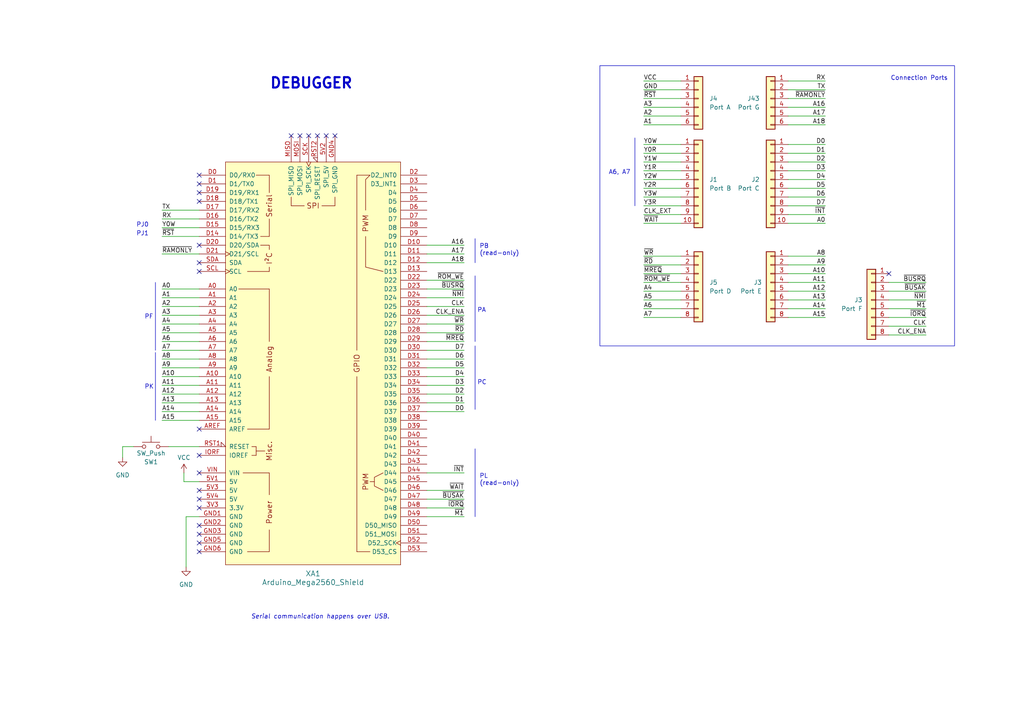
<source format=kicad_sch>
(kicad_sch (version 20230121) (generator eeschema)
  (paper "A4")
  (lib_symbols
    (symbol "Connector_Generic:Conn_01x06" (pin_names (offset 1.016) hide)
      (property "Reference" "J" (at 0 7.62 0))
      (property "Value" "Conn_01x06" (at 0 -10.16 0))
      (symbol "Conn_01x06_1_1"
        (rectangle (start -1.27 -7.493) (end 0 -7.747) (stroke (width 0.1524)))
        (rectangle (start -1.27 -4.953) (end 0 -5.207) (stroke (width 0.1524)))
        (rectangle (start -1.27 -2.413) (end 0 -2.667) (stroke (width 0.1524)))
        (rectangle (start -1.27 0.127) (end 0 -0.127) (stroke (width 0.1524)))
        (rectangle (start -1.27 2.667) (end 0 2.413) (stroke (width 0.1524)))
        (rectangle (start -1.27 5.207) (end 0 4.953) (stroke (width 0.1524)))
        (rectangle (start -1.27 6.35) (end 1.27 -8.89) (stroke (width 0.254)) (fill (type background)))
        (pin passive line (at -5.08 5.08 0) (length 3.81) (name "Pin_1") (number "1"))
        (pin passive line (at -5.08 2.54 0) (length 3.81) (name "Pin_2") (number "2"))
        (pin passive line (at -5.08 0 0) (length 3.81) (name "Pin_3") (number "3"))
        (pin passive line (at -5.08 -2.54 0) (length 3.81) (name "Pin_4") (number "4"))
        (pin passive line (at -5.08 -5.08 0) (length 3.81) (name "Pin_5") (number "5"))
        (pin passive line (at -5.08 -7.62 0) (length 3.81) (name "Pin_6") (number "6"))
      )
    )
    (symbol "Connector_Generic:Conn_01x08" (pin_names (offset 1.016) hide)
      (property "Reference" "J" (at 0 10.16 0))
      (property "Value" "Conn_01x08" (at 0 -12.7 0))
      (symbol "Conn_01x08_1_1"
        (rectangle (start -1.27 -10.033) (end 0 -10.287) (stroke (width 0.1524)))
        (rectangle (start -1.27 -7.493) (end 0 -7.747) (stroke (width 0.1524)))
        (rectangle (start -1.27 -4.953) (end 0 -5.207) (stroke (width 0.1524)))
        (rectangle (start -1.27 -2.413) (end 0 -2.667) (stroke (width 0.1524)))
        (rectangle (start -1.27 0.127) (end 0 -0.127) (stroke (width 0.1524)))
        (rectangle (start -1.27 2.667) (end 0 2.413) (stroke (width 0.1524)))
        (rectangle (start -1.27 5.207) (end 0 4.953) (stroke (width 0.1524)))
        (rectangle (start -1.27 7.747) (end 0 7.493) (stroke (width 0.1524)))
        (rectangle (start -1.27 8.89) (end 1.27 -11.43) (stroke (width 0.254)) (fill (type background)))
        (pin passive line (at -5.08 7.62 0) (length 3.81) (name "Pin_1") (number "1"))
        (pin passive line (at -5.08 5.08 0) (length 3.81) (name "Pin_2") (number "2"))
        (pin passive line (at -5.08 2.54 0) (length 3.81) (name "Pin_3") (number "3"))
        (pin passive line (at -5.08 0 0) (length 3.81) (name "Pin_4") (number "4"))
        (pin passive line (at -5.08 -2.54 0) (length 3.81) (name "Pin_5") (number "5"))
        (pin passive line (at -5.08 -5.08 0) (length 3.81) (name "Pin_6") (number "6"))
        (pin passive line (at -5.08 -7.62 0) (length 3.81) (name "Pin_7") (number "7"))
        (pin passive line (at -5.08 -10.16 0) (length 3.81) (name "Pin_8") (number "8"))
      )
    )
    (symbol "Connector_Generic:Conn_01x10" (pin_names (offset 1.016) hide)
      (property "Reference" "J" (at 0 12.7 0))
      (property "Value" "Conn_01x10" (at 0 -15.24 0))
      (symbol "Conn_01x10_1_1"
        (rectangle (start -1.27 -12.573) (end 0 -12.827) (stroke (width 0.1524)))
        (rectangle (start -1.27 -10.033) (end 0 -10.287) (stroke (width 0.1524)))
        (rectangle (start -1.27 -7.493) (end 0 -7.747) (stroke (width 0.1524)))
        (rectangle (start -1.27 -4.953) (end 0 -5.207) (stroke (width 0.1524)))
        (rectangle (start -1.27 -2.413) (end 0 -2.667) (stroke (width 0.1524)))
        (rectangle (start -1.27 0.127) (end 0 -0.127) (stroke (width 0.1524)))
        (rectangle (start -1.27 2.667) (end 0 2.413) (stroke (width 0.1524)))
        (rectangle (start -1.27 5.207) (end 0 4.953) (stroke (width 0.1524)))
        (rectangle (start -1.27 7.747) (end 0 7.493) (stroke (width 0.1524)))
        (rectangle (start -1.27 10.287) (end 0 10.033) (stroke (width 0.1524)))
        (rectangle (start -1.27 11.43) (end 1.27 -13.97) (stroke (width 0.254)) (fill (type background)))
        (pin passive line (at -5.08 10.16 0) (length 3.81) (name "Pin_1") (number "1"))
        (pin passive line (at -5.08 -12.7 0) (length 3.81) (name "Pin_10") (number "10"))
        (pin passive line (at -5.08 7.62 0) (length 3.81) (name "Pin_2") (number "2"))
        (pin passive line (at -5.08 5.08 0) (length 3.81) (name "Pin_3") (number "3"))
        (pin passive line (at -5.08 2.54 0) (length 3.81) (name "Pin_4") (number "4"))
        (pin passive line (at -5.08 0 0) (length 3.81) (name "Pin_5") (number "5"))
        (pin passive line (at -5.08 -2.54 0) (length 3.81) (name "Pin_6") (number "6"))
        (pin passive line (at -5.08 -5.08 0) (length 3.81) (name "Pin_7") (number "7"))
        (pin passive line (at -5.08 -7.62 0) (length 3.81) (name "Pin_8") (number "8"))
        (pin passive line (at -5.08 -10.16 0) (length 3.81) (name "Pin_9") (number "9"))
      )
    )
    (symbol "PCM_arduino-library:Arduino_Mega2560_Shield" (pin_names (offset 1.016))
      (property "Reference" "XA" (at 0 -62.23 0))
      (property "Value" "Arduino_Mega2560_Shield" (at 0 -66.04 0))
      (symbol "Arduino_Mega2560_Shield_0_0"
        (rectangle (start -25.4 -58.42) (end 25.4 58.42) (fill (type background)))
        (rectangle (start -20.32 -31.75) (end -12.7 -31.75))
        (rectangle (start -19.05 -54.61) (end -12.7 -54.61))
        (rectangle (start -19.05 -19.05) (end -12.7 -19.05))
        (rectangle (start -19.05 26.67) (end -12.7 26.67))
        (rectangle (start -17.78 -26.67) (end -16.51 -26.67))
        (rectangle (start -17.78 -24.13) (end -16.51 -24.13))
        (rectangle (start -16.51 -25.4) (end -13.97 -25.4))
        (rectangle (start -16.51 -24.13) (end -16.51 -26.67))
        (rectangle (start -16.51 54.61) (end -12.7 54.61))
        (rectangle (start -15.24 34.29) (end -12.7 34.29))
        (rectangle (start -15.24 36.83) (end -12.7 36.83))
        (rectangle (start -12.7 -54.61) (end -12.7 -48.26))
        (rectangle (start -12.7 -31.75) (end -12.7 -38.1))
        (rectangle (start -12.7 26.67) (end -12.7 27.94))
        (rectangle (start -12.7 34.29) (end -12.7 33.02))
        (rectangle (start -12.7 41.91) (end -12.7 36.83))
        (rectangle (start -12.7 49.53) (end -12.7 54.61))
        (rectangle (start -6.35 48.26) (end -6.35 45.72))
        (rectangle (start -2.54 45.72) (end -6.35 45.72))
        (polyline (pts (xy -21.59 21.59) (xy -12.7 21.59)))
        (polyline (pts (xy -12.7 -19.05) (xy -12.7 -3.81)))
        (polyline (pts (xy -12.7 6.35) (xy -12.7 21.59)))
        (polyline (pts (xy 12.7 -54.61) (xy 16.51 -54.61)))
        (polyline (pts (xy 12.7 54.61) (xy 16.51 54.61)))
        (polyline (pts (xy 17.78 -34.29) (xy 16.51 -34.29)))
        (polyline (pts (xy 15.24 36.83) (xy 15.24 27.94) (xy 20.32 26.67)))
        (polyline (pts (xy 15.24 44.45) (xy 15.24 53.34) (xy 16.51 54.61)))
        (polyline (pts (xy 20.32 -31.75) (xy 17.78 -33.02) (xy 17.78 -35.56) (xy 20.32 -36.83)))
        (rectangle (start 6.35 45.72) (end 2.54 45.72))
        (rectangle (start 6.35 48.26) (end 6.35 45.72))
        (text "Analog" (at -12.7 1.27 900) (effects (font (size 1.524 1.524))))
        (text "I²C" (at -12.7 30.48 900) (effects (font (size 1.524 1.524))))
        (text "Misc." (at -12.7 -25.4 900) (effects (font (size 1.524 1.524))))
        (text "Power" (at -12.7 -43.18 900) (effects (font (size 1.524 1.524))))
        (text "PWM" (at 15.24 -34.29 900) (effects (font (size 1.524 1.524))))
        (text "PWM" (at 15.24 40.64 900) (effects (font (size 1.524 1.524))))
        (text "Serial" (at -12.7 45.72 900) (effects (font (size 1.524 1.524))))
        (text "SPI" (at 0 45.72 0) (effects (font (size 1.524 1.524))))
      )
      (symbol "Arduino_Mega2560_Shield_1_0"
        (rectangle (start 12.7 -54.61) (end 12.7 -3.81))
        (rectangle (start 12.7 54.61) (end 12.7 3.81))
        (text "GPIO" (at 12.7 0 900) (effects (font (size 1.524 1.524))))
      )
      (symbol "Arduino_Mega2560_Shield_1_1"
        (pin power_out line (at -33.02 -41.91 0) (length 7.62) (name "3.3V") (number "3V3"))
        (pin power_in line (at -33.02 -34.29 0) (length 7.62) (name "5V") (number "5V1"))
        (pin power_in line (at 3.81 66.04 270) (length 7.62) (name "SPI_5V") (number "5V2"))
        (pin power_in line (at -33.02 -36.83 0) (length 7.62) (name "5V") (number "5V3"))
        (pin power_in line (at -33.02 -39.37 0) (length 7.62) (name "5V") (number "5V4"))
        (pin bidirectional line (at -33.02 21.59 0) (length 7.62) (name "A0") (number "A0"))
        (pin bidirectional line (at -33.02 19.05 0) (length 7.62) (name "A1") (number "A1"))
        (pin bidirectional line (at -33.02 -3.81 0) (length 7.62) (name "A10") (number "A10"))
        (pin bidirectional line (at -33.02 -6.35 0) (length 7.62) (name "A11") (number "A11"))
        (pin bidirectional line (at -33.02 -8.89 0) (length 7.62) (name "A12") (number "A12"))
        (pin bidirectional line (at -33.02 -11.43 0) (length 7.62) (name "A13") (number "A13"))
        (pin bidirectional line (at -33.02 -13.97 0) (length 7.62) (name "A14") (number "A14"))
        (pin bidirectional line (at -33.02 -16.51 0) (length 7.62) (name "A15") (number "A15"))
        (pin bidirectional line (at -33.02 16.51 0) (length 7.62) (name "A2") (number "A2"))
        (pin bidirectional line (at -33.02 13.97 0) (length 7.62) (name "A3") (number "A3"))
        (pin bidirectional line (at -33.02 11.43 0) (length 7.62) (name "A4") (number "A4"))
        (pin bidirectional line (at -33.02 8.89 0) (length 7.62) (name "A5") (number "A5"))
        (pin bidirectional line (at -33.02 6.35 0) (length 7.62) (name "A6") (number "A6"))
        (pin bidirectional line (at -33.02 3.81 0) (length 7.62) (name "A7") (number "A7"))
        (pin bidirectional line (at -33.02 1.27 0) (length 7.62) (name "A8") (number "A8"))
        (pin bidirectional line (at -33.02 -1.27 0) (length 7.62) (name "A9") (number "A9"))
        (pin input line (at -33.02 -19.05 0) (length 7.62) (name "AREF") (number "AREF"))
        (pin bidirectional line (at -33.02 54.61 0) (length 7.62) (name "D0/RX0") (number "D0"))
        (pin bidirectional line (at -33.02 52.07 0) (length 7.62) (name "D1/TX0") (number "D1"))
        (pin bidirectional line (at 33.02 34.29 180) (length 7.62) (name "D10") (number "D10"))
        (pin bidirectional line (at 33.02 31.75 180) (length 7.62) (name "D11") (number "D11"))
        (pin bidirectional line (at 33.02 29.21 180) (length 7.62) (name "D12") (number "D12"))
        (pin bidirectional line (at 33.02 26.67 180) (length 7.62) (name "D13") (number "D13"))
        (pin bidirectional line (at -33.02 36.83 0) (length 7.62) (name "D14/TX3") (number "D14"))
        (pin bidirectional line (at -33.02 39.37 0) (length 7.62) (name "D15/RX3") (number "D15"))
        (pin bidirectional line (at -33.02 41.91 0) (length 7.62) (name "D16/TX2") (number "D16"))
        (pin bidirectional line (at -33.02 44.45 0) (length 7.62) (name "D17/RX2") (number "D17"))
        (pin bidirectional line (at -33.02 46.99 0) (length 7.62) (name "D18/TX1") (number "D18"))
        (pin bidirectional line (at -33.02 49.53 0) (length 7.62) (name "D19/RX1") (number "D19"))
        (pin bidirectional line (at 33.02 54.61 180) (length 7.62) (name "D2_INT0") (number "D2"))
        (pin bidirectional line (at -33.02 34.29 0) (length 7.62) (name "D20/SDA") (number "D20"))
        (pin bidirectional clock (at -33.02 31.75 0) (length 7.62) (name "D21/SCL") (number "D21"))
        (pin bidirectional line (at 33.02 24.13 180) (length 7.62) (name "D22") (number "D22"))
        (pin bidirectional line (at 33.02 21.59 180) (length 7.62) (name "D23") (number "D23"))
        (pin bidirectional line (at 33.02 19.05 180) (length 7.62) (name "D24") (number "D24"))
        (pin bidirectional line (at 33.02 16.51 180) (length 7.62) (name "D25") (number "D25"))
        (pin bidirectional line (at 33.02 13.97 180) (length 7.62) (name "D26") (number "D26"))
        (pin bidirectional line (at 33.02 11.43 180) (length 7.62) (name "D27") (number "D27"))
        (pin bidirectional line (at 33.02 8.89 180) (length 7.62) (name "D28") (number "D28"))
        (pin bidirectional line (at 33.02 6.35 180) (length 7.62) (name "D29") (number "D29"))
        (pin bidirectional line (at 33.02 52.07 180) (length 7.62) (name "D3_INT1") (number "D3"))
        (pin bidirectional line (at 33.02 3.81 180) (length 7.62) (name "D30") (number "D30"))
        (pin bidirectional line (at 33.02 1.27 180) (length 7.62) (name "D31") (number "D31"))
        (pin bidirectional line (at 33.02 -1.27 180) (length 7.62) (name "D32") (number "D32"))
        (pin bidirectional line (at 33.02 -3.81 180) (length 7.62) (name "D33") (number "D33"))
        (pin bidirectional line (at 33.02 -6.35 180) (length 7.62) (name "D34") (number "D34"))
        (pin bidirectional line (at 33.02 -8.89 180) (length 7.62) (name "D35") (number "D35"))
        (pin bidirectional line (at 33.02 -11.43 180) (length 7.62) (name "D36") (number "D36"))
        (pin bidirectional line (at 33.02 -13.97 180) (length 7.62) (name "D37") (number "D37"))
        (pin bidirectional line (at 33.02 -16.51 180) (length 7.62) (name "D38") (number "D38"))
        (pin bidirectional line (at 33.02 -19.05 180) (length 7.62) (name "D39") (number "D39"))
        (pin bidirectional line (at 33.02 49.53 180) (length 7.62) (name "D4") (number "D4"))
        (pin bidirectional line (at 33.02 -21.59 180) (length 7.62) (name "D40") (number "D40"))
        (pin bidirectional line (at 33.02 -24.13 180) (length 7.62) (name "D41") (number "D41"))
        (pin bidirectional line (at 33.02 -26.67 180) (length 7.62) (name "D42") (number "D42"))
        (pin bidirectional line (at 33.02 -29.21 180) (length 7.62) (name "D43") (number "D43"))
        (pin bidirectional line (at 33.02 -31.75 180) (length 7.62) (name "D44") (number "D44"))
        (pin bidirectional line (at 33.02 -34.29 180) (length 7.62) (name "D45") (number "D45"))
        (pin bidirectional line (at 33.02 -36.83 180) (length 7.62) (name "D46") (number "D46"))
        (pin bidirectional line (at 33.02 -39.37 180) (length 7.62) (name "D47") (number "D47"))
        (pin bidirectional line (at 33.02 -41.91 180) (length 7.62) (name "D48") (number "D48"))
        (pin bidirectional line (at 33.02 -44.45 180) (length 7.62) (name "D49") (number "D49"))
        (pin bidirectional line (at 33.02 46.99 180) (length 7.62) (name "D5") (number "D5"))
        (pin bidirectional line (at 33.02 -46.99 180) (length 7.62) (name "D50_MISO") (number "D50"))
        (pin bidirectional line (at 33.02 -49.53 180) (length 7.62) (name "D51_MOSI") (number "D51"))
        (pin bidirectional clock (at 33.02 -52.07 180) (length 7.62) (name "D52_SCK") (number "D52"))
        (pin bidirectional line (at 33.02 -54.61 180) (length 7.62) (name "D53_CS") (number "D53"))
        (pin bidirectional line (at 33.02 44.45 180) (length 7.62) (name "D6") (number "D6"))
        (pin bidirectional line (at 33.02 41.91 180) (length 7.62) (name "D7") (number "D7"))
        (pin bidirectional line (at 33.02 39.37 180) (length 7.62) (name "D8") (number "D8"))
        (pin bidirectional line (at 33.02 36.83 180) (length 7.62) (name "D9") (number "D9"))
        (pin power_in line (at -33.02 -44.45 0) (length 7.62) (name "GND") (number "GND1"))
        (pin power_in line (at -33.02 -46.99 0) (length 7.62) (name "GND") (number "GND2"))
        (pin power_in line (at -33.02 -49.53 0) (length 7.62) (name "GND") (number "GND3"))
        (pin power_in line (at 6.35 66.04 270) (length 7.62) (name "SPI_GND") (number "GND4"))
        (pin power_in line (at -33.02 -52.07 0) (length 7.62) (name "GND") (number "GND5"))
        (pin power_in line (at -33.02 -54.61 0) (length 7.62) (name "GND") (number "GND6"))
        (pin output line (at -33.02 -26.67 0) (length 7.62) (name "IOREF") (number "IORF"))
        (pin input line (at -6.35 66.04 270) (length 7.62) (name "SPI_MISO") (number "MISO"))
        (pin output line (at -3.81 66.04 270) (length 7.62) (name "SPI_MOSI") (number "MOSI"))
        (pin open_collector input_low (at -33.02 -24.13 0) (length 7.62) (name "RESET") (number "RST1"))
        (pin open_collector input_low (at 1.27 66.04 270) (length 7.62) (name "SPI_RESET") (number "RST2"))
        (pin output clock (at -1.27 66.04 270) (length 7.62) (name "SPI_SCK") (number "SCK"))
        (pin bidirectional clock (at -33.02 26.67 0) (length 7.62) (name "SCL") (number "SCL"))
        (pin bidirectional line (at -33.02 29.21 0) (length 7.62) (name "SDA") (number "SDA"))
        (pin power_in line (at -33.02 -31.75 0) (length 7.62) (name "VIN") (number "VIN"))
      )
    )
    (symbol "Switch:SW_Push" (pin_numbers hide) (pin_names (offset 1.016) hide)
      (property "Reference" "SW" (at 1.27 2.54 0))
      (property "Value" "SW_Push" (at 0 -1.524 0))
      (symbol "SW_Push_0_1"
        (circle (center -2.032 0) (radius 0.508))
        (polyline (pts (xy 0 1.27) (xy 0 3.048)))
        (polyline (pts (xy 2.54 1.27) (xy -2.54 1.27)))
        (circle (center 2.032 0) (radius 0.508))
        (pin passive line (at -5.08 0 0) (length 2.54) (name "1") (number "1"))
        (pin passive line (at 5.08 0 180) (length 2.54) (name "2") (number "2"))
      )
    )
    (symbol "VCC_1" (power) (pin_names (offset 0))
      (property "Value" "VCC_1" (at 0 3.81 0))
      (symbol "VCC_1_0_1"
        (polyline (pts (xy -0.762 1.27) (xy 0 2.54)))
        (polyline (pts (xy 0 0) (xy 0 2.54)))
        (polyline (pts (xy 0 2.54) (xy 0.762 1.27)))
      )
      (symbol "VCC_1_1_1"
        (pin power_in line (at 0 0 90) (length 0) hide (name "VCC") (number "1"))
      )
    )
    (symbol "power:GND" (power) (pin_names (offset 0))
      (property "Value" "GND" (at 0 -3.81 0))
      (symbol "GND_0_1"
        (polyline (pts (xy 0 0) (xy 0 -1.27) (xy 1.27 -1.27) (xy 0 -2.54) (xy -1.27 -1.27) (xy 0 -1.27)))
      )
      (symbol "GND_1_1"
        (pin power_in line (at 0 0 270) (length 0) hide (name "GND") (number "1"))
      )
    )
  )
  (no_connect (at 97.155 39.37))
  (no_connect (at 57.785 132.08))
  (no_connect (at 84.455 39.37))
  (no_connect (at 57.785 76.2))
  (no_connect (at 57.785 144.78))
  (no_connect (at 57.785 55.88))
  (no_connect (at 57.785 152.4))
  (no_connect (at 57.785 78.74))
  (no_connect (at 89.535 39.37))
  (no_connect (at 57.785 71.12))
  (no_connect (at 57.785 124.46))
  (no_connect (at 57.785 50.8))
  (no_connect (at 57.785 160.02))
  (no_connect (at 57.785 157.48))
  (no_connect (at 57.785 147.32))
  (no_connect (at 57.785 58.42))
  (no_connect (at 57.785 154.94))
  (no_connect (at 94.615 39.37))
  (no_connect (at 92.075 39.37))
  (no_connect (at 257.81 79.375))
  (no_connect (at 57.785 137.16))
  (no_connect (at 86.995 39.37))
  (no_connect (at 57.785 142.24))
  (no_connect (at 57.785 53.34))
  (wire (pts (xy 46.99 86.36) (xy 57.785 86.36)))
  (wire (pts (xy 228.6 28.575) (xy 239.395 28.575)))
  (wire (pts (xy 134.62 111.76) (xy 123.825 111.76)))
  (wire (pts (xy 186.69 76.835) (xy 197.485 76.835)))
  (wire (pts (xy 186.69 33.655) (xy 197.485 33.655)))
  (wire (pts (xy 46.99 73.66) (xy 57.785 73.66)))
  (wire (pts (xy 239.395 49.53) (xy 228.6 49.53)))
  (wire (pts (xy 186.69 89.535) (xy 197.485 89.535)))
  (wire (pts (xy 46.99 96.52) (xy 57.785 96.52)))
  (wire (pts (xy 239.395 76.835) (xy 228.6 76.835)))
  (wire (pts (xy 186.69 41.91) (xy 197.485 41.91)))
  (wire (pts (xy 239.395 52.07) (xy 228.6 52.07)))
  (wire (pts (xy 35.56 129.54) (xy 38.735 129.54)))
  (wire (pts (xy 134.62 109.22) (xy 123.825 109.22)))
  (wire (pts (xy 186.69 36.195) (xy 197.485 36.195)))
  (wire (pts (xy 134.62 137.16) (xy 123.825 137.16)))
  (wire (pts (xy 134.62 91.44) (xy 123.825 91.44)))
  (wire (pts (xy 186.69 31.115) (xy 197.485 31.115)))
  (wire (pts (xy 134.62 101.6) (xy 123.825 101.6)))
  (wire (pts (xy 46.99 116.84) (xy 57.785 116.84)))
  (wire (pts (xy 134.62 119.38) (xy 123.825 119.38)))
  (wire (pts (xy 134.62 149.86) (xy 123.825 149.86)))
  (wire (pts (xy 239.395 59.69) (xy 228.6 59.69)))
  (wire (pts (xy 134.62 73.66) (xy 123.825 73.66)))
  (wire (pts (xy 46.99 106.68) (xy 57.785 106.68)))
  (wire (pts (xy 134.62 81.28) (xy 123.825 81.28)))
  (wire (pts (xy 134.62 104.14) (xy 123.825 104.14)))
  (wire (pts (xy 186.69 49.53) (xy 197.485 49.53)))
  (wire (pts (xy 239.395 89.535) (xy 228.6 89.535)))
  (wire (pts (xy 268.605 92.075) (xy 257.81 92.075)))
  (wire (pts (xy 134.62 71.12) (xy 123.825 71.12)))
  (wire (pts (xy 46.99 93.98) (xy 57.785 93.98)))
  (wire (pts (xy 186.69 84.455) (xy 197.485 84.455)))
  (wire (pts (xy 134.62 76.2) (xy 123.825 76.2)))
  (wire (pts (xy 239.395 41.91) (xy 228.6 41.91)))
  (wire (pts (xy 186.69 62.23) (xy 197.485 62.23)))
  (wire (pts (xy 186.69 23.495) (xy 197.485 23.495)))
  (wire (pts (xy 134.62 93.98) (xy 123.825 93.98)))
  (wire (pts (xy 186.69 26.035) (xy 197.485 26.035)))
  (wire (pts (xy 46.99 63.5) (xy 57.785 63.5)))
  (wire (pts (xy 186.69 74.295) (xy 197.485 74.295)))
  (wire (pts (xy 46.99 114.3) (xy 57.785 114.3)))
  (wire (pts (xy 46.99 88.9) (xy 57.785 88.9)))
  (wire (pts (xy 268.605 81.915) (xy 257.81 81.915)))
  (wire (pts (xy 53.975 164.465) (xy 53.975 149.86)))
  (wire (pts (xy 239.395 23.495) (xy 228.6 23.495)))
  (wire (pts (xy 239.395 86.995) (xy 228.6 86.995)))
  (wire (pts (xy 186.69 79.375) (xy 197.485 79.375)))
  (wire (pts (xy 46.99 119.38) (xy 57.785 119.38)))
  (wire (pts (xy 268.605 89.535) (xy 257.81 89.535)))
  (wire (pts (xy 46.99 83.82) (xy 57.785 83.82)))
  (wire (pts (xy 48.895 129.54) (xy 57.785 129.54)))
  (wire (pts (xy 239.395 36.195) (xy 228.6 36.195)))
  (wire (pts (xy 239.395 44.45) (xy 228.6 44.45)))
  (wire (pts (xy 134.62 88.9) (xy 123.825 88.9)))
  (wire (pts (xy 186.69 54.61) (xy 197.485 54.61)))
  (wire (pts (xy 186.69 57.15) (xy 197.485 57.15)))
  (wire (pts (xy 53.975 149.86) (xy 57.785 149.86)))
  (wire (pts (xy 35.56 132.715) (xy 35.56 129.54)))
  (wire (pts (xy 239.395 92.075) (xy 228.6 92.075)))
  (wire (pts (xy 239.395 46.99) (xy 228.6 46.99)))
  (wire (pts (xy 134.62 96.52) (xy 123.825 96.52)))
  (wire (pts (xy 186.69 86.995) (xy 197.485 86.995)))
  (wire (pts (xy 53.34 137.16) (xy 53.34 139.7)))
  (wire (pts (xy 239.395 64.77) (xy 228.6 64.77)))
  (wire (pts (xy 239.395 81.915) (xy 228.6 81.915)))
  (wire (pts (xy 134.62 116.84) (xy 123.825 116.84)))
  (wire (pts (xy 46.99 68.58) (xy 57.785 68.58)))
  (wire (pts (xy 46.99 99.06) (xy 57.785 99.06)))
  (wire (pts (xy 46.99 109.22) (xy 57.785 109.22)))
  (wire (pts (xy 134.62 99.06) (xy 123.825 99.06)))
  (wire (pts (xy 134.62 86.36) (xy 123.825 86.36)))
  (wire (pts (xy 134.62 147.32) (xy 123.825 147.32)))
  (wire (pts (xy 186.69 92.075) (xy 197.485 92.075)))
  (wire (pts (xy 239.395 84.455) (xy 228.6 84.455)))
  (wire (pts (xy 134.62 83.82) (xy 123.825 83.82)))
  (wire (pts (xy 268.605 97.155) (xy 257.81 97.155)))
  (wire (pts (xy 239.395 57.15) (xy 228.6 57.15)))
  (wire (pts (xy 53.34 139.7) (xy 57.785 139.7)))
  (wire (pts (xy 46.99 60.96) (xy 57.785 60.96)))
  (wire (pts (xy 46.99 101.6) (xy 57.785 101.6)))
  (wire (pts (xy 239.395 54.61) (xy 228.6 54.61)))
  (wire (pts (xy 186.69 52.07) (xy 197.485 52.07)))
  (wire (pts (xy 46.99 91.44) (xy 57.785 91.44)))
  (wire (pts (xy 186.69 81.915) (xy 197.485 81.915)))
  (wire (pts (xy 186.69 59.69) (xy 197.485 59.69)))
  (wire (pts (xy 239.395 79.375) (xy 228.6 79.375)))
  (wire (pts (xy 268.605 86.995) (xy 257.81 86.995)))
  (wire (pts (xy 186.69 28.575) (xy 197.485 28.575)))
  (wire (pts (xy 134.62 114.3) (xy 123.825 114.3)))
  (wire (pts (xy 134.62 144.78) (xy 123.825 144.78)))
  (wire (pts (xy 134.62 142.24) (xy 123.825 142.24)))
  (wire (pts (xy 46.99 104.14) (xy 57.785 104.14)))
  (wire (pts (xy 134.62 106.68) (xy 123.825 106.68)))
  (wire (pts (xy 186.69 46.99) (xy 197.485 46.99)))
  (wire (pts (xy 268.605 94.615) (xy 257.81 94.615)))
  (wire (pts (xy 46.99 111.76) (xy 57.785 111.76)))
  (wire (pts (xy 186.69 44.45) (xy 197.485 44.45)))
  (wire (pts (xy 239.395 62.23) (xy 228.6 62.23)))
  (wire (pts (xy 239.395 74.295) (xy 228.6 74.295)))
  (wire (pts (xy 239.395 33.655) (xy 228.6 33.655)))
  (wire (pts (xy 46.99 121.92) (xy 57.785 121.92)))
  (wire (pts (xy 57.785 66.04) (xy 46.99 66.04)))
  (wire (pts (xy 186.69 64.77) (xy 197.485 64.77)))
  (wire (pts (xy 239.395 26.035) (xy 228.6 26.035)))
  (wire (pts (xy 239.395 31.115) (xy 228.6 31.115)))
  (wire (pts (xy 268.605 84.455) (xy 257.81 84.455)))
  (rectangle (start 173.99 19.05) (end 276.86 100.33))
  (rectangle (start 137.795 100.33) (end 137.795 118.745))
  (rectangle (start 137.795 69.215) (end 137.795 76.2))
  (rectangle (start 137.795 80.01) (end 137.795 99.06))
  (rectangle (start 184.15 40.005) (end 184.15 59.69))
  (rectangle (start 137.795 130.175) (end 137.795 149.86))
  (rectangle (start 45.085 81.915) (end 45.085 101.6))
  (rectangle (start 45.085 102.235) (end 45.085 121.92))
  (text "DEBUGGER" (at 78.105 26.035 0) (effects (font (size 3 3) (thickness 0.6) bold) (justify left bottom)))
  (text "PK" (at 41.91 113.03 0) (effects (font (size 1.27 1.27)) (justify left bottom)))
  (text "A6, A7" (at 182.88 50.8 0) (effects (font (size 1.27 1.27)) (justify right bottom)))
  (text "Serial communication happens over USB." (at 113.03 179.705 0) (effects (font (size 1.27 1.27) italic) (justify right bottom)))
  (text "PJ1" (at 43.18 68.58 0) (effects (font (size 1.27 1.27)) (justify right bottom)))
  (text "PL\n(read-only)" (at 139.065 140.97 0) (effects (font (size 1.27 1.27)) (justify left bottom)))
  (text "PF" (at 41.91 92.71 0) (effects (font (size 1.27 1.27)) (justify left bottom)))
  (text "PA" (at 138.43 90.805 0) (effects (font (size 1.27 1.27)) (justify left bottom)))
  (text "PB\n(read-only)" (at 139.065 74.295 0) (effects (font (size 1.27 1.27)) (justify left bottom)))
  (text "PJ0" (at 43.18 66.04 0) (effects (font (size 1.27 1.27)) (justify right bottom)))
  (text "PC" (at 138.43 111.76 0) (effects (font (size 1.27 1.27)) (justify left bottom)))
  (text "Connection Ports" (at 274.955 23.495 0) (effects (font (size 1.27 1.27)) (justify right bottom)))
  (label "~{M1}" (at 134.62 149.86 180))
  (label "D5" (at 134.62 106.68 180))
  (label "A3" (at 46.99 91.44 0))
  (label "D0" (at 239.395 41.91 180))
  (label "D0" (at 134.62 119.38 180))
  (label "A13" (at 239.395 86.995 180))
  (label "A14" (at 46.99 119.38 0))
  (label "CLK_EXT" (at 186.69 62.23 0))
  (label "D2" (at 239.395 46.99 180))
  (label "RX" (at 46.99 63.5 0))
  (label "A17" (at 239.395 33.655 180))
  (label "~{WAIT}" (at 134.62 142.24 180))
  (label "A5" (at 46.99 96.52 0))
  (label "D1" (at 239.395 44.45 180))
  (label "Y2R" (at 186.69 54.61 0))
  (label "~{IORQ}" (at 268.605 92.075 180))
  (label "Y2W" (at 186.69 52.07 0))
  (label "A16" (at 239.395 31.115 180))
  (label "~{ROM_WE}" (at 186.69 81.915 0))
  (label "D4" (at 134.62 109.22 180))
  (label "A16" (at 134.62 71.12 180))
  (label "D1" (at 134.62 116.84 180))
  (label "~{RAMONLY}" (at 239.395 28.575 180))
  (label "CLK" (at 268.605 94.615 180))
  (label "VCC" (at 186.69 23.495 0))
  (label "A9" (at 239.395 76.835 180))
  (label "A9" (at 46.99 106.68 0))
  (label "~{INT}" (at 134.62 137.16 180))
  (label "D7" (at 239.395 59.69 180))
  (label "D5" (at 239.395 54.61 180))
  (label "RX" (at 239.395 23.495 180))
  (label "D2" (at 134.62 114.3 180))
  (label "A15" (at 46.99 121.92 0))
  (label "A10" (at 46.99 109.22 0))
  (label "~{NMI}" (at 268.605 86.995 180))
  (label "A5" (at 186.69 86.995 0))
  (label "D3" (at 239.395 49.53 180))
  (label "A1" (at 186.69 36.195 0))
  (label "D6" (at 134.62 104.14 180))
  (label "CLK_ENA" (at 268.605 97.155 180))
  (label "GND" (at 186.69 26.035 0))
  (label "A8" (at 46.99 104.14 0))
  (label "A15" (at 239.395 92.075 180))
  (label "A3" (at 186.69 31.115 0))
  (label "~{WAIT}" (at 186.69 64.77 0))
  (label "Y1R" (at 186.69 49.53 0))
  (label "~{RD}" (at 186.69 76.835 0))
  (label "A8" (at 239.395 74.295 180))
  (label "TX" (at 239.395 26.035 180))
  (label "TX" (at 46.99 60.96 0))
  (label "~{M1}" (at 268.605 89.535 180))
  (label "A14" (at 239.395 89.535 180))
  (label "A4" (at 186.69 84.455 0))
  (label "~{RST}" (at 46.99 68.58 0))
  (label "~{MREQ}" (at 186.69 79.375 0))
  (label "CLK" (at 134.62 88.9 180))
  (label "A13" (at 46.99 116.84 0))
  (label "~{WR}" (at 134.62 93.98 180))
  (label "Y0W" (at 46.99 66.04 0))
  (label "A11" (at 46.99 111.76 0))
  (label "A1" (at 46.99 86.36 0))
  (label "A7" (at 186.69 92.075 0))
  (label "A2" (at 46.99 88.9 0))
  (label "A11" (at 239.395 81.915 180))
  (label "A18" (at 134.62 76.2 180))
  (label "~{BUSRQ}" (at 134.62 83.82 180))
  (label "A0" (at 239.395 64.77 180))
  (label "A18" (at 239.395 36.195 180))
  (label "A17" (at 134.62 73.66 180))
  (label "Y1W" (at 186.69 46.99 0))
  (label "~{BUSAK}" (at 268.605 84.455 180))
  (label "~{BUSRQ}" (at 268.605 81.915 180))
  (label "~{WR}" (at 186.69 74.295 0))
  (label "A6" (at 186.69 89.535 0))
  (label "~{INT}" (at 239.395 62.23 180))
  (label "~{RAMONLY}" (at 46.99 73.66 0))
  (label "Y3R" (at 186.69 59.69 0))
  (label "D6" (at 239.395 57.15 180))
  (label "A12" (at 239.395 84.455 180))
  (label "A12" (at 46.99 114.3 0))
  (label "D4" (at 239.395 52.07 180))
  (label "A4" (at 46.99 93.98 0))
  (label "A2" (at 186.69 33.655 0))
  (label "A0" (at 46.99 83.82 0))
  (label "~{IORQ}" (at 134.62 147.32 180))
  (label "A10" (at 239.395 79.375 180))
  (label "~{BUSAK}" (at 134.62 144.78 180))
  (label "~{MREQ}" (at 134.62 99.06 180))
  (label "D3" (at 134.62 111.76 180))
  (label "~{RD}" (at 134.62 96.52 180))
  (label "~{NMI}" (at 134.62 86.36 180))
  (label "Y0R" (at 186.69 44.45 0))
  (label "D7" (at 134.62 101.6 180))
  (label "A7" (at 46.99 101.6 0))
  (label "~{ROM_WE}" (at 134.62 81.28 180))
  (label "A6" (at 46.99 99.06 0))
  (label "Y3W" (at 186.69 57.15 0))
  (label "CLK_ENA" (at 134.62 91.44 180))
  (label "~{RST}" (at 186.69 28.575 0))
  (label "Y0W" (at 186.69 41.91 0))
  (symbol (lib_id "Connector_Generic:Conn_01x08") (at 252.73 86.995 0) (mirror y) (unit 1)
    (property "Reference" "J3" (at 250.19 86.995 0) (effects (justify left)))
    (property "Value" "Port F" (at 250.19 89.535 0) (effects (justify left)))
    (instances (project "fortuna-box" (path "" (reference "J3") (unit 1)) (path "" (reference "J11") (unit 1)) (path "" (reference "J13") (unit 1))))
  )
  (symbol (lib_id "power:GND") (at 53.975 164.465 0) (unit 1)
    (property "Reference" "#PWR01" (effects hide))
    (property "Value" "GND" (at 53.975 169.545 0))
    (instances (project "fortuna-s" (path "" (reference "#PWR01") (unit 1))) (project "fortuna-box" (path "" (reference "#PWR049") (unit 1))))
  )
  (symbol (lib_id "Connector_Generic:Conn_01x06") (at 202.565 28.575 0) (unit 1)
    (property "Reference" "J4" (at 205.74 28.575 0) (effects (justify left)))
    (property "Value" "Port A" (at 205.74 31.115 0) (effects (justify left)))
    (instances (project "fortuna-box" (path "" (reference "J4") (unit 1)) (path "" (reference "J7") (unit 1)) (path "" (reference "J26") (unit 1))))
  )
  (symbol (lib_id "power:GND") (at 35.56 132.715 0) (unit 1)
    (property "Reference" "#PWR01" (effects hide))
    (property "Value" "GND" (at 35.56 137.795 0))
    (instances (project "fortuna-s" (path "" (reference "#PWR01") (unit 1))) (project "fortuna-box" (path "" (reference "#PWR068") (unit 1))))
  )
  (symbol (lib_id "Connector_Generic:Conn_01x06") (at 223.52 28.575 0) (mirror y) (unit 1)
    (property "Reference" "J43" (at 220.345 28.575 0) (effects (justify left)))
    (property "Value" "Port G" (at 220.345 31.115 0) (effects (justify left)))
    (instances (project "fortuna-box" (path "" (reference "J43") (unit 1)) (path "" (reference "J33") (unit 1)) (path "" (reference "J38") (unit 1))))
  )
  (symbol (lib_id "Connector_Generic:Conn_01x08") (at 223.52 81.915 0) (mirror y) (unit 1)
    (property "Reference" "J3" (at 220.98 81.915 0) (effects (justify left)))
    (property "Value" "Port E" (at 220.98 84.455 0) (effects (justify left)))
    (instances (project "fortuna-box" (path "" (reference "J3") (unit 1)) (path "" (reference "J11") (unit 1)) (path "" (reference "J30") (unit 1))))
  )
  (symbol (lib_id "Switch:SW_Push") (at 43.815 129.54 0) (unit 1)
    (property "Reference" "SW1" (at 43.815 133.985 0))
    (property "Value" "SW_Push" (at 43.815 131.445 0))
  )
  (symbol (lib_id "Connector_Generic:Conn_01x08") (at 202.565 81.915 0) (unit 1)
    (property "Reference" "J5" (at 205.74 81.915 0) (effects (justify left)))
    (property "Value" "Port D" (at 205.74 84.455 0) (effects (justify left)))
    (instances (project "fortuna-box" (path "" (reference "J5") (unit 1)) (path "" (reference "J9") (unit 1)) (path "" (reference "J28") (unit 1))))
  )
  (symbol (lib_id "PCM_arduino-library:Arduino_Mega2560_Shield") (at 90.805 105.41 0) (unit 1)
    (property "Reference" "XA1" (at 90.805 166.37 0) (effects (font (size 1.524 1.524))))
    (property "Value" "Arduino_Mega2560_Shield" (at 90.805 168.91 0) (effects (font (size 1.524 1.524))))
    (property "Footprint" "PCM_arduino-library:Arduino_Mega2560_Shield" (effects hide))
    (property "Datasheet" "https://docs.arduino.cc/hardware/mega-2560" (effects hide))
  )
  (symbol (lib_id "Connector_Generic:Conn_01x10") (at 223.52 52.07 0) (mirror y) (unit 1)
    (property "Reference" "J2" (at 220.345 52.07 0) (effects (justify left)))
    (property "Value" "Port C" (at 220.345 54.61 0) (effects (justify left)))
    (instances (project "fortuna-box" (path "" (reference "J2") (unit 1)) (path "" (reference "J10") (unit 1)) (path "" (reference "J29") (unit 1))))
  )
  (symbol (lib_name "VCC_1") (lib_id "power:VCC") (at 53.34 137.16 0) (unit 1)
    (property "Reference" "#PWR016" (effects hide))
    (property "Value" "VCC" (at 53.34 132.715 0))
    (instances (project "fortuna-s" (path "" (reference "#PWR016") (unit 1))) (project "fortuna-box" (path "" (reference "#PWR048") (unit 1))))
  )
  (symbol (lib_id "Connector_Generic:Conn_01x10") (at 202.565 52.07 0) (unit 1)
    (property "Reference" "J1" (at 205.74 52.07 0) (effects (justify left)))
    (property "Value" "Port B" (at 205.74 54.61 0) (effects (justify left)))
    (instances (project "fortuna-box" (path "" (reference "J1") (unit 1)) (path "" (reference "J8") (unit 1)) (path "" (reference "J27") (unit 1))))
  )
)
</source>
